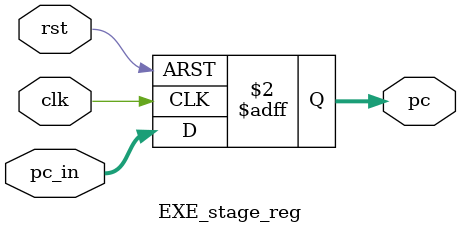
<source format=v>
module EXE_stage_reg(
    input clk, rst,
    input[31:0] pc_in,
    output reg [31:0] pc
);

    always@(posedge clk,posedge rst) begin
        if (rst )begin
            pc = 32'b0;
        end
        else begin
            pc <= pc_in;
        end
    end

endmodule
</source>
